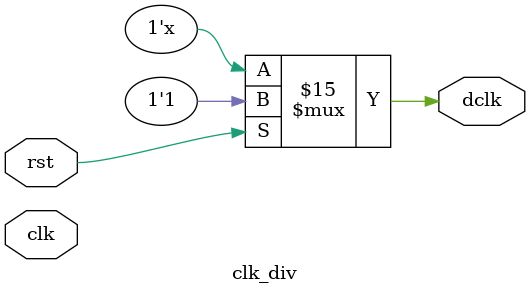
<source format=v>
`include "macro.vh"
/**
  This clock divider has a inner edge detector, so that it's only reset upon the posedge of reset signal. 
  It assumes the ground truth that 'reset signal is always drived'! 
*/
module clk_div(
  input wire clk,
  input wire rst,  
  
//  output wire dclk 
	output reg dclk
); 
  	reg cnt; 
//  	always @ (posedge clk) begin 
//  		if (rst == 1'b1) begin 
//  			dclk = 1'b0; 
//  		end else begin 
//  			dclk = ~dclk; 
//  		end 
//  	end 
	always @ (posedge clk) begin 
		if (rst == 1'b1) begin
			cnt = 1'b1;  
		end else begin 
			cnt = cnt + 1'b1; 
		end 
	end 

	always @ (*) begin 
		if (rst == 1'b1) begin
			dclk = 1'b1;   
		end else if (cnt == 1'b0)begin
			dclk = ~dclk;  
		end 
	end 
endmodule 
</source>
